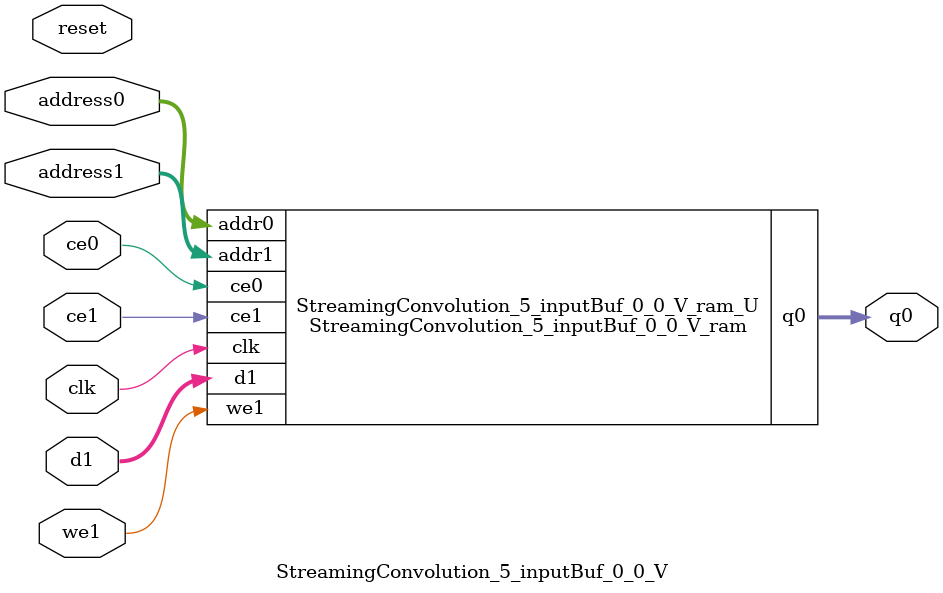
<source format=v>
`timescale 1 ns / 1 ps
module StreamingConvolution_5_inputBuf_0_0_V_ram (addr0, ce0, q0, addr1, ce1, d1, we1,  clk);

parameter DWIDTH = 128;
parameter AWIDTH = 4;
parameter MEM_SIZE = 12;

input[AWIDTH-1:0] addr0;
input ce0;
output reg[DWIDTH-1:0] q0;
input[AWIDTH-1:0] addr1;
input ce1;
input[DWIDTH-1:0] d1;
input we1;
input clk;

reg [DWIDTH-1:0] ram[0:MEM_SIZE-1];




always @(posedge clk)  
begin 
    if (ce0) 
    begin
        q0 <= ram[addr0];
    end
end


always @(posedge clk)  
begin 
    if (ce1) 
    begin
        if (we1) 
        begin 
            ram[addr1] <= d1; 
        end 
    end
end


endmodule

`timescale 1 ns / 1 ps
module StreamingConvolution_5_inputBuf_0_0_V(
    reset,
    clk,
    address0,
    ce0,
    q0,
    address1,
    ce1,
    we1,
    d1);

parameter DataWidth = 32'd128;
parameter AddressRange = 32'd12;
parameter AddressWidth = 32'd4;
input reset;
input clk;
input[AddressWidth - 1:0] address0;
input ce0;
output[DataWidth - 1:0] q0;
input[AddressWidth - 1:0] address1;
input ce1;
input we1;
input[DataWidth - 1:0] d1;



StreamingConvolution_5_inputBuf_0_0_V_ram StreamingConvolution_5_inputBuf_0_0_V_ram_U(
    .clk( clk ),
    .addr0( address0 ),
    .ce0( ce0 ),
    .q0( q0 ),
    .addr1( address1 ),
    .ce1( ce1 ),
    .we1( we1 ),
    .d1( d1 ));

endmodule


</source>
